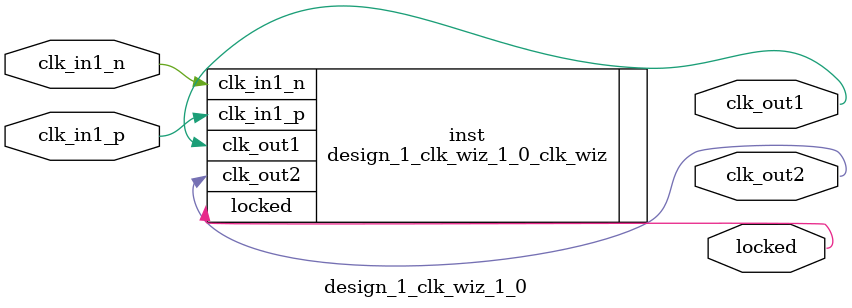
<source format=v>


`timescale 1ps/1ps

(* CORE_GENERATION_INFO = "design_1_clk_wiz_1_0,clk_wiz_v6_0_11_0_0,{component_name=design_1_clk_wiz_1_0,use_phase_alignment=true,use_min_o_jitter=false,use_max_i_jitter=false,use_dyn_phase_shift=false,use_inclk_switchover=false,use_dyn_reconfig=false,enable_axi=0,feedback_source=FDBK_AUTO,PRIMITIVE=MMCM,num_out_clk=2,clkin1_period=5.000,clkin2_period=10.0,use_power_down=false,use_reset=false,use_locked=true,use_inclk_stopped=false,feedback_type=SINGLE,CLOCK_MGR_TYPE=NA,manual_override=false}" *)

module design_1_clk_wiz_1_0 
 (
  // Clock out ports
  output        clk_out1,
  output        clk_out2,
  // Status and control signals
  output        locked,
 // Clock in ports
  input         clk_in1_p,
  input         clk_in1_n
 );

  design_1_clk_wiz_1_0_clk_wiz inst
  (
  // Clock out ports  
  .clk_out1(clk_out1),
  .clk_out2(clk_out2),
  // Status and control signals               
  .locked(locked),
 // Clock in ports
  .clk_in1_p(clk_in1_p),
  .clk_in1_n(clk_in1_n)
  );

endmodule

</source>
